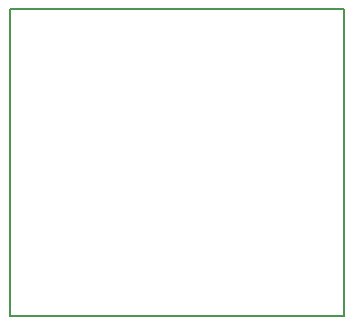
<source format=gm1>
G04 MADE WITH FRITZING*
G04 WWW.FRITZING.ORG*
G04 DOUBLE SIDED*
G04 HOLES PLATED*
G04 CONTOUR ON CENTER OF CONTOUR VECTOR*
%ASAXBY*%
%FSLAX23Y23*%
%MOIN*%
%OFA0B0*%
%SFA1.0B1.0*%
%ADD10R,1.123170X1.030680*%
%ADD11C,0.008000*%
%ADD10C,0.008*%
%LNCONTOUR*%
G90*
G70*
G54D10*
G54D11*
X4Y1027D02*
X1119Y1027D01*
X1119Y4D01*
X4Y4D01*
X4Y1027D01*
D02*
G04 End of contour*
M02*
</source>
